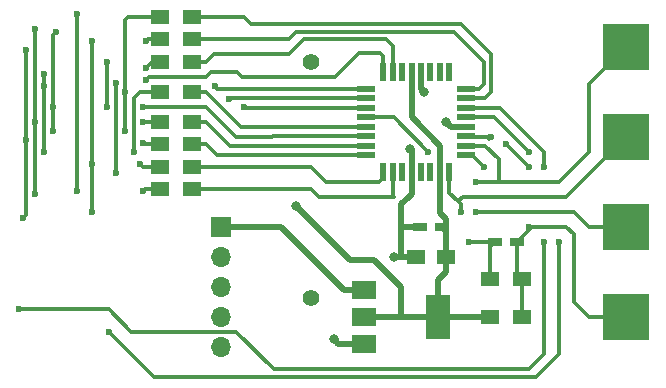
<source format=gbr>
G04 #@! TF.FileFunction,Copper,L2,Bot,Signal*
%FSLAX46Y46*%
G04 Gerber Fmt 4.6, Leading zero omitted, Abs format (unit mm)*
G04 Created by KiCad (PCBNEW 4.0.4-stable) date 04/15/18 13:16:19*
%MOMM*%
%LPD*%
G01*
G04 APERTURE LIST*
%ADD10C,0.100000*%
%ADD11R,1.500000X1.250000*%
%ADD12R,1.200000X0.750000*%
%ADD13R,0.550000X1.600000*%
%ADD14R,1.600000X0.550000*%
%ADD15R,1.700000X1.700000*%
%ADD16O,1.700000X1.700000*%
%ADD17R,1.500000X1.300000*%
%ADD18R,2.000000X3.800000*%
%ADD19R,2.000000X1.500000*%
%ADD20R,4.000000X4.000000*%
%ADD21C,1.400000*%
%ADD22C,0.800000*%
%ADD23C,0.600000*%
%ADD24C,0.500000*%
%ADD25C,0.300000*%
G04 APERTURE END LIST*
D10*
D11*
X170160000Y-111760000D03*
X167660000Y-111760000D03*
D12*
X169860000Y-109220000D03*
X167960000Y-109220000D03*
D13*
X164840000Y-96080000D03*
X165640000Y-96080000D03*
X166440000Y-96080000D03*
X167240000Y-96080000D03*
X168040000Y-96080000D03*
X168840000Y-96080000D03*
X169640000Y-96080000D03*
X170440000Y-96080000D03*
D14*
X171890000Y-97530000D03*
X171890000Y-98330000D03*
X171890000Y-99130000D03*
X171890000Y-99930000D03*
X171890000Y-100730000D03*
X171890000Y-101530000D03*
X171890000Y-102330000D03*
X171890000Y-103130000D03*
D13*
X170440000Y-104580000D03*
X169640000Y-104580000D03*
X168840000Y-104580000D03*
X168040000Y-104580000D03*
X167240000Y-104580000D03*
X166440000Y-104580000D03*
X165640000Y-104580000D03*
X164840000Y-104580000D03*
D14*
X163390000Y-103130000D03*
X163390000Y-102330000D03*
X163390000Y-101530000D03*
X163390000Y-100730000D03*
X163390000Y-99930000D03*
X163390000Y-99130000D03*
X163390000Y-98330000D03*
X163390000Y-97530000D03*
D15*
X151130000Y-109220000D03*
D16*
X151130000Y-111760000D03*
X151130000Y-114300000D03*
X151130000Y-116840000D03*
X151130000Y-119380000D03*
D17*
X173910000Y-113665000D03*
X176610000Y-113665000D03*
X145970000Y-106045000D03*
X148670000Y-106045000D03*
X145970000Y-102235000D03*
X148670000Y-102235000D03*
X145970000Y-97790000D03*
X148670000Y-97790000D03*
X145970000Y-95250000D03*
X148670000Y-95250000D03*
X145970000Y-91440000D03*
X148670000Y-91440000D03*
X145970000Y-104140000D03*
X148670000Y-104140000D03*
X145970000Y-100330000D03*
X148670000Y-100330000D03*
X145970000Y-93345000D03*
X148670000Y-93345000D03*
D18*
X169520000Y-116840000D03*
D19*
X163220000Y-116840000D03*
X163220000Y-114540000D03*
X163220000Y-119140000D03*
D17*
X173910000Y-116840000D03*
X176610000Y-116840000D03*
D12*
X176210000Y-110490000D03*
X174310000Y-110490000D03*
D20*
X185420000Y-93980000D03*
X185420000Y-109220000D03*
X185420000Y-101600000D03*
X185420000Y-116840000D03*
D21*
X158750000Y-115245000D03*
X158750000Y-95245000D03*
D22*
X157480000Y-107442000D03*
X160655000Y-118745000D03*
X167132000Y-102616000D03*
X170180000Y-100330000D03*
X165735000Y-111760000D03*
X168275000Y-97790000D03*
D23*
X173990000Y-101600000D03*
X172720000Y-105410000D03*
X171450000Y-107950000D03*
X173355000Y-104140000D03*
X172720000Y-107950000D03*
X134040000Y-116205000D03*
X178435000Y-104140000D03*
X178435000Y-110490000D03*
X141660000Y-118110000D03*
X179705000Y-110490000D03*
X177165000Y-102870000D03*
X175260000Y-102235000D03*
X168656000Y-102870000D03*
X177165000Y-104140000D03*
X177165000Y-109220000D03*
X153035000Y-99060000D03*
X151765000Y-98425000D03*
X150622000Y-97282000D03*
X144780000Y-96774000D03*
X142240000Y-97028000D03*
X142240000Y-104648000D03*
X144526000Y-99060000D03*
X141478000Y-95250000D03*
X141478000Y-99060000D03*
X144780000Y-93472000D03*
X137160000Y-92710000D03*
X136906000Y-101092000D03*
X136906000Y-99060000D03*
X136144000Y-97282000D03*
X144780000Y-95758000D03*
X136144000Y-96266000D03*
X136144000Y-102870000D03*
X135382000Y-92456000D03*
X144526000Y-100330000D03*
X135382000Y-100330000D03*
X135382000Y-106426000D03*
X134620000Y-101854000D03*
X144526000Y-102108000D03*
X134620000Y-94234000D03*
X134366000Y-108458000D03*
X140208000Y-107950000D03*
X144272000Y-103886000D03*
X140208000Y-103886000D03*
X140208000Y-93472000D03*
X144526000Y-106172000D03*
X138938000Y-106172000D03*
X138938000Y-91186000D03*
X143764000Y-102870000D03*
X143002000Y-101092000D03*
X143002000Y-97790000D03*
X172085000Y-110490000D03*
D24*
X157734000Y-107696000D02*
X157480000Y-107442000D01*
X166370000Y-114300000D02*
X164084000Y-112014000D01*
X164084000Y-112014000D02*
X162052000Y-112014000D01*
X162052000Y-112014000D02*
X157734000Y-107696000D01*
X166370000Y-116840000D02*
X166370000Y-114300000D01*
X170160000Y-111760000D02*
X170160000Y-109520000D01*
X170160000Y-109520000D02*
X169860000Y-109220000D01*
X169520000Y-116840000D02*
X173910000Y-116840000D01*
X169520000Y-116840000D02*
X169520000Y-113690000D01*
X170160000Y-113050000D02*
X170160000Y-109520000D01*
X169520000Y-113690000D02*
X170160000Y-113050000D01*
X170160000Y-109520000D02*
X170180000Y-109500000D01*
X170180000Y-109500000D02*
X170180000Y-108585000D01*
X170180000Y-108585000D02*
X169640000Y-108045000D01*
X163220000Y-116840000D02*
X166370000Y-116840000D01*
X166370000Y-116840000D02*
X169520000Y-116840000D01*
X169640000Y-104580000D02*
X169640000Y-102330000D01*
X169640000Y-102330000D02*
X167240000Y-99930000D01*
X169640000Y-108045000D02*
X169640000Y-104580000D01*
X167240000Y-99930000D02*
X167240000Y-96080000D01*
X163220000Y-119140000D02*
X161050000Y-119140000D01*
X161050000Y-119140000D02*
X160655000Y-118745000D01*
X167240000Y-104580000D02*
X167240000Y-102724000D01*
X167240000Y-102724000D02*
X167132000Y-102616000D01*
X167005000Y-106680000D02*
X166370000Y-107315000D01*
X167240000Y-106445000D02*
X167005000Y-106680000D01*
X167240000Y-104580000D02*
X167240000Y-106445000D01*
X166370000Y-107315000D02*
X166370000Y-109220000D01*
X166370000Y-109220000D02*
X166370000Y-111760000D01*
X171890000Y-100730000D02*
X170580000Y-100730000D01*
X170580000Y-100730000D02*
X170180000Y-100330000D01*
X167960000Y-109220000D02*
X166370000Y-109220000D01*
X167660000Y-111760000D02*
X166370000Y-111760000D01*
X166370000Y-111760000D02*
X165735000Y-111760000D01*
X168040000Y-96080000D02*
X168040000Y-97555000D01*
X168040000Y-97555000D02*
X168275000Y-97790000D01*
D25*
X173990000Y-101600000D02*
X171960000Y-101600000D01*
X171960000Y-101600000D02*
X171890000Y-101530000D01*
X173990000Y-101600000D02*
X173806000Y-101784000D01*
X174625000Y-105410000D02*
X172720000Y-105410000D01*
X171890000Y-102330000D02*
X173450000Y-102330000D01*
X174625000Y-103505000D02*
X174625000Y-105410000D01*
X173450000Y-102330000D02*
X174625000Y-103505000D01*
X182245000Y-97155000D02*
X185420000Y-93980000D01*
X182245000Y-102870000D02*
X182245000Y-97155000D01*
X179705000Y-105410000D02*
X182245000Y-102870000D01*
X174625000Y-105410000D02*
X179705000Y-105410000D01*
X172720000Y-106680000D02*
X171577000Y-106680000D01*
X172720000Y-106680000D02*
X180340000Y-106680000D01*
X185420000Y-101600000D02*
X180340000Y-106680000D01*
X171577000Y-106680000D02*
X171196000Y-107061000D01*
X170440000Y-104580000D02*
X170440000Y-106305000D01*
X171450000Y-107315000D02*
X171450000Y-107950000D01*
X170440000Y-106305000D02*
X171196000Y-107061000D01*
X171196000Y-107061000D02*
X171450000Y-107315000D01*
X173355000Y-104140000D02*
X172345000Y-103130000D01*
X172345000Y-103130000D02*
X171890000Y-103130000D01*
X182245000Y-109220000D02*
X185420000Y-109220000D01*
X180975000Y-107950000D02*
X182245000Y-109220000D01*
X172720000Y-107950000D02*
X180975000Y-107950000D01*
X172345000Y-103130000D02*
X171890000Y-103130000D01*
X148670000Y-95250000D02*
X149860000Y-95250000D01*
X149860000Y-95250000D02*
X150495000Y-94615000D01*
X165640000Y-93885000D02*
X165640000Y-96080000D01*
X165100000Y-93345000D02*
X165640000Y-93885000D01*
X163830000Y-93345000D02*
X165100000Y-93345000D01*
X158115000Y-93345000D02*
X163830000Y-93345000D01*
X156845000Y-94615000D02*
X158115000Y-93345000D01*
X150495000Y-94615000D02*
X156845000Y-94615000D01*
X148670000Y-93345000D02*
X156845000Y-93345000D01*
X156845000Y-93345000D02*
X157480000Y-92710000D01*
X172980000Y-97530000D02*
X171890000Y-97530000D01*
X173355000Y-97155000D02*
X172980000Y-97530000D01*
X173355000Y-95250000D02*
X173355000Y-97155000D01*
X170815000Y-92710000D02*
X173355000Y-95250000D01*
X157480000Y-92710000D02*
X170815000Y-92710000D01*
X173450000Y-98330000D02*
X171890000Y-98330000D01*
X173990000Y-97790000D02*
X173450000Y-98330000D01*
X173990000Y-94615000D02*
X173990000Y-97790000D01*
X171450000Y-92075000D02*
X173990000Y-94615000D01*
X153670000Y-92075000D02*
X171450000Y-92075000D01*
X148670000Y-91440000D02*
X153035000Y-91440000D01*
X153035000Y-91440000D02*
X153670000Y-92075000D01*
X178435000Y-110490000D02*
X178435000Y-120015000D01*
X168275000Y-121285000D02*
X158750000Y-121285000D01*
X134040000Y-116205000D02*
X141605000Y-116205000D01*
X141605000Y-116205000D02*
X143510000Y-118110000D01*
X143510000Y-118110000D02*
X152400000Y-118110000D01*
X152400000Y-118110000D02*
X155575000Y-121285000D01*
X158750000Y-121285000D02*
X155575000Y-121285000D01*
X168275000Y-121285000D02*
X177165000Y-121285000D01*
X174695000Y-99130000D02*
X171890000Y-99130000D01*
X178435000Y-102870000D02*
X174695000Y-99130000D01*
X178435000Y-104140000D02*
X178435000Y-102870000D01*
X178435000Y-120015000D02*
X177165000Y-121285000D01*
X179705000Y-110490000D02*
X179705000Y-120015000D01*
X171450000Y-121920000D02*
X165735000Y-121920000D01*
X141660000Y-118110000D02*
X145470000Y-121920000D01*
X165735000Y-121920000D02*
X145470000Y-121920000D01*
X171450000Y-121920000D02*
X177800000Y-121920000D01*
X177165000Y-102870000D02*
X174225000Y-99930000D01*
X174225000Y-99930000D02*
X171890000Y-99930000D01*
X179705000Y-120015000D02*
X177800000Y-121920000D01*
X165640000Y-106585000D02*
X165640000Y-104580000D01*
X165735000Y-106680000D02*
X165640000Y-106585000D01*
X159385000Y-106680000D02*
X165735000Y-106680000D01*
X158750000Y-106045000D02*
X159385000Y-106680000D01*
X153670000Y-106045000D02*
X158750000Y-106045000D01*
X148670000Y-106045000D02*
X153670000Y-106045000D01*
X153670000Y-106045000D02*
X153670000Y-106045000D01*
X164465000Y-105410000D02*
X164840000Y-105035000D01*
X160020000Y-105410000D02*
X164465000Y-105410000D01*
X158750000Y-104140000D02*
X160020000Y-105410000D01*
X164840000Y-105035000D02*
X164840000Y-104580000D01*
X148670000Y-104140000D02*
X153670000Y-104140000D01*
X153670000Y-104140000D02*
X158750000Y-104140000D01*
X150755000Y-103130000D02*
X163390000Y-103130000D01*
X148670000Y-102235000D02*
X149860000Y-102235000D01*
X149860000Y-102235000D02*
X150755000Y-103130000D01*
X151860000Y-102330000D02*
X163390000Y-102330000D01*
X148670000Y-100330000D02*
X149860000Y-100330000D01*
X149860000Y-100330000D02*
X151860000Y-102330000D01*
X151130000Y-99060000D02*
X149860000Y-97790000D01*
X152800000Y-100730000D02*
X151130000Y-99060000D01*
X163390000Y-100730000D02*
X152800000Y-100730000D01*
X149860000Y-97790000D02*
X148670000Y-97790000D01*
X165716000Y-99930000D02*
X163390000Y-99930000D01*
X168656000Y-102870000D02*
X165716000Y-99930000D01*
X177480000Y-109220000D02*
X177165000Y-109220000D01*
X175260000Y-102235000D02*
X175260000Y-102235000D01*
X177165000Y-104140000D02*
X175260000Y-102235000D01*
X180340000Y-109220000D02*
X177480000Y-109220000D01*
X182245000Y-116840000D02*
X180975000Y-115570000D01*
X180975000Y-115570000D02*
X180975000Y-109855000D01*
X180975000Y-109855000D02*
X180340000Y-109220000D01*
X185420000Y-116840000D02*
X182245000Y-116840000D01*
X177480000Y-109220000D02*
X176210000Y-110490000D01*
X176210000Y-110490000D02*
X176210000Y-113265000D01*
X176210000Y-113265000D02*
X176610000Y-113665000D01*
X176610000Y-113665000D02*
X176610000Y-116840000D01*
X176530000Y-116760000D02*
X176610000Y-116840000D01*
X153105000Y-99130000D02*
X163390000Y-99130000D01*
X153035000Y-99060000D02*
X153105000Y-99130000D01*
X151860000Y-98330000D02*
X163390000Y-98330000D01*
X151765000Y-98425000D02*
X151860000Y-98330000D01*
X150622000Y-97282000D02*
X150755000Y-97530000D01*
X163390000Y-97530000D02*
X150755000Y-97530000D01*
D24*
X151130000Y-109220000D02*
X156210000Y-109220000D01*
X161530000Y-114540000D02*
X163220000Y-114540000D01*
X156210000Y-109220000D02*
X161530000Y-114540000D01*
D25*
X150300000Y-96080000D02*
X152468000Y-96080000D01*
X145034000Y-96520000D02*
X144780000Y-96774000D01*
X142240000Y-104648000D02*
X142240000Y-97028000D01*
X150300000Y-96080000D02*
X149860000Y-96520000D01*
X149860000Y-96520000D02*
X145034000Y-96520000D01*
X164840000Y-94736000D02*
X164840000Y-96080000D01*
X164592000Y-94488000D02*
X164840000Y-94736000D01*
X162814000Y-94488000D02*
X164592000Y-94488000D01*
X160782000Y-96520000D02*
X162814000Y-94488000D01*
X152908000Y-96520000D02*
X160782000Y-96520000D01*
X152468000Y-96080000D02*
X152908000Y-96520000D01*
X155505000Y-101530000D02*
X155435000Y-101600000D01*
X155435000Y-101600000D02*
X152400000Y-101600000D01*
X152400000Y-101600000D02*
X149860000Y-99060000D01*
X149860000Y-99060000D02*
X144526000Y-99060000D01*
X163390000Y-101530000D02*
X155505000Y-101530000D01*
X141478000Y-99060000D02*
X141478000Y-95250000D01*
X144780000Y-93472000D02*
X144907000Y-93345000D01*
X145970000Y-93345000D02*
X144907000Y-93345000D01*
X136906000Y-92964000D02*
X136906000Y-99060000D01*
X137160000Y-92710000D02*
X136906000Y-92964000D01*
X136906000Y-101092000D02*
X136906000Y-99060000D01*
X144780000Y-95758000D02*
X145288000Y-95250000D01*
X136144000Y-102870000D02*
X136144000Y-97282000D01*
X136144000Y-97282000D02*
X136144000Y-96266000D01*
X145288000Y-95250000D02*
X145970000Y-95250000D01*
X135382000Y-100330000D02*
X135382000Y-92456000D01*
X144526000Y-100330000D02*
X145970000Y-100330000D01*
X135382000Y-106426000D02*
X135382000Y-100330000D01*
X145970000Y-102235000D02*
X144653000Y-102235000D01*
X144653000Y-102235000D02*
X144526000Y-102108000D01*
X134620000Y-108204000D02*
X134620000Y-101854000D01*
X134620000Y-101854000D02*
X134620000Y-94234000D01*
X134366000Y-108458000D02*
X134620000Y-108204000D01*
X140208000Y-103886000D02*
X140208000Y-107950000D01*
X144526000Y-104140000D02*
X145970000Y-104140000D01*
X144272000Y-103886000D02*
X144526000Y-104140000D01*
X140208000Y-93472000D02*
X140208000Y-103886000D01*
X145970000Y-106045000D02*
X144653000Y-106045000D01*
X144653000Y-106045000D02*
X144526000Y-106172000D01*
X138938000Y-91186000D02*
X138938000Y-106172000D01*
X145970000Y-97790000D02*
X144272000Y-97790000D01*
X143764000Y-98298000D02*
X143764000Y-102870000D01*
X144272000Y-97790000D02*
X143764000Y-98298000D01*
X143002000Y-97790000D02*
X143002000Y-101092000D01*
X145970000Y-91440000D02*
X143256000Y-91440000D01*
X143002000Y-91694000D02*
X143002000Y-97790000D01*
X143256000Y-91440000D02*
X143002000Y-91694000D01*
X172085000Y-110490000D02*
X174310000Y-110490000D01*
X174310000Y-110490000D02*
X173910000Y-110890000D01*
X173910000Y-110890000D02*
X173910000Y-113665000D01*
M02*

</source>
